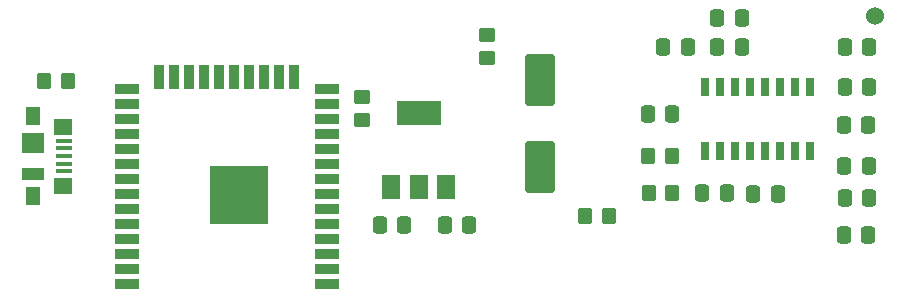
<source format=gtp>
%TF.GenerationSoftware,KiCad,Pcbnew,(6.0.7)*%
%TF.CreationDate,2022-11-29T16:33:33-07:00*%
%TF.ProjectId,attiny_rfid_light,61747469-6e79-45f7-9266-69645f6c6967,rev?*%
%TF.SameCoordinates,Original*%
%TF.FileFunction,Paste,Top*%
%TF.FilePolarity,Positive*%
%FSLAX46Y46*%
G04 Gerber Fmt 4.6, Leading zero omitted, Abs format (unit mm)*
G04 Created by KiCad (PCBNEW (6.0.7)) date 2022-11-29 16:33:33*
%MOMM*%
%LPD*%
G01*
G04 APERTURE LIST*
G04 Aperture macros list*
%AMRoundRect*
0 Rectangle with rounded corners*
0 $1 Rounding radius*
0 $2 $3 $4 $5 $6 $7 $8 $9 X,Y pos of 4 corners*
0 Add a 4 corners polygon primitive as box body*
4,1,4,$2,$3,$4,$5,$6,$7,$8,$9,$2,$3,0*
0 Add four circle primitives for the rounded corners*
1,1,$1+$1,$2,$3*
1,1,$1+$1,$4,$5*
1,1,$1+$1,$6,$7*
1,1,$1+$1,$8,$9*
0 Add four rect primitives between the rounded corners*
20,1,$1+$1,$2,$3,$4,$5,0*
20,1,$1+$1,$4,$5,$6,$7,0*
20,1,$1+$1,$6,$7,$8,$9,0*
20,1,$1+$1,$8,$9,$2,$3,0*%
G04 Aperture macros list end*
%ADD10RoundRect,0.250000X-0.350000X-0.450000X0.350000X-0.450000X0.350000X0.450000X-0.350000X0.450000X0*%
%ADD11R,1.380000X0.450000*%
%ADD12R,1.900000X1.800000*%
%ADD13R,1.300000X1.650000*%
%ADD14R,1.550000X1.425000*%
%ADD15R,1.900000X1.000000*%
%ADD16RoundRect,0.250000X0.337500X0.475000X-0.337500X0.475000X-0.337500X-0.475000X0.337500X-0.475000X0*%
%ADD17RoundRect,0.250000X-1.000000X1.950000X-1.000000X-1.950000X1.000000X-1.950000X1.000000X1.950000X0*%
%ADD18R,1.500000X2.000000*%
%ADD19R,3.800000X2.000000*%
%ADD20RoundRect,0.250000X-0.337500X-0.475000X0.337500X-0.475000X0.337500X0.475000X-0.337500X0.475000X0*%
%ADD21C,1.524000*%
%ADD22RoundRect,0.250000X0.450000X-0.350000X0.450000X0.350000X-0.450000X0.350000X-0.450000X-0.350000X0*%
%ADD23RoundRect,0.250000X0.350000X0.450000X-0.350000X0.450000X-0.350000X-0.450000X0.350000X-0.450000X0*%
%ADD24R,0.650000X1.550000*%
%ADD25R,2.000000X0.900000*%
%ADD26R,0.900000X2.000000*%
%ADD27R,5.000000X5.000000*%
%ADD28RoundRect,0.250000X-0.450000X0.350000X-0.450000X-0.350000X0.450000X-0.350000X0.450000X0.350000X0*%
G04 APERTURE END LIST*
D10*
X121535500Y-145350400D03*
X119535500Y-145350400D03*
D11*
X70040000Y-140940000D03*
X70040000Y-141590000D03*
X70040000Y-142240000D03*
X70040000Y-142890000D03*
X70040000Y-143540000D03*
D12*
X67380000Y-141090000D03*
D13*
X67380000Y-145615000D03*
X67380000Y-138865000D03*
D14*
X69955000Y-139752500D03*
D15*
X67380000Y-143790000D03*
D14*
X69955000Y-144727500D03*
D16*
X138129000Y-139624600D03*
X136054000Y-139624600D03*
D17*
X110328300Y-135777400D03*
X110328300Y-143177400D03*
D18*
X97747200Y-144868300D03*
X100047200Y-144868300D03*
D19*
X100047200Y-138568300D03*
D18*
X102347200Y-144868300D03*
D20*
X119429700Y-138664100D03*
X121504700Y-138664100D03*
X136122500Y-145825100D03*
X138197500Y-145825100D03*
D21*
X138663196Y-130386600D03*
D16*
X98813000Y-148029100D03*
X96738000Y-148029100D03*
D20*
X125313300Y-133036400D03*
X127388300Y-133036400D03*
X102251000Y-148058200D03*
X104326000Y-148058200D03*
X136098000Y-143068800D03*
X138173000Y-143068800D03*
D22*
X95230600Y-139200800D03*
X95230600Y-137200800D03*
D23*
X121498900Y-142213200D03*
X119498900Y-142213200D03*
D20*
X120760600Y-132991800D03*
X122835600Y-132991800D03*
D10*
X114138000Y-147272900D03*
X116138000Y-147272900D03*
D20*
X125316000Y-130527600D03*
X127391000Y-130527600D03*
X124042300Y-145377200D03*
X126117300Y-145377200D03*
X136117600Y-136378600D03*
X138192600Y-136378600D03*
D24*
X133183500Y-136397000D03*
X131913500Y-136397000D03*
X130643500Y-136397000D03*
X129373500Y-136397000D03*
X128103500Y-136397000D03*
X126833500Y-136397000D03*
X125563500Y-136397000D03*
X124293500Y-136397000D03*
X124293500Y-141847000D03*
X125563500Y-141847000D03*
X126833500Y-141847000D03*
X128103500Y-141847000D03*
X129373500Y-141847000D03*
X130643500Y-141847000D03*
X131913500Y-141847000D03*
X133183500Y-141847000D03*
D16*
X138117900Y-148899500D03*
X136042900Y-148899500D03*
D20*
X128397600Y-145413800D03*
X130472600Y-145413800D03*
D23*
X70362700Y-135902200D03*
X68362700Y-135902200D03*
D20*
X136122500Y-133036400D03*
X138197500Y-133036400D03*
D25*
X92320000Y-153035000D03*
X92320000Y-151765000D03*
X92320000Y-150495000D03*
X92320000Y-149225000D03*
X92320000Y-147955000D03*
X92320000Y-146685000D03*
X92320000Y-145415000D03*
X92320000Y-144145000D03*
X92320000Y-142875000D03*
X92320000Y-141605000D03*
X92320000Y-140335000D03*
X92320000Y-139065000D03*
X92320000Y-137795000D03*
X92320000Y-136525000D03*
D26*
X89535000Y-135525000D03*
X88265000Y-135525000D03*
X86995000Y-135525000D03*
X85725000Y-135525000D03*
X84455000Y-135525000D03*
X83185000Y-135525000D03*
X81915000Y-135525000D03*
X80645000Y-135525000D03*
X79375000Y-135525000D03*
X78105000Y-135525000D03*
D25*
X75320000Y-136525000D03*
X75320000Y-137795000D03*
X75320000Y-139065000D03*
X75320000Y-140335000D03*
X75320000Y-141605000D03*
X75320000Y-142875000D03*
X75320000Y-144145000D03*
X75320000Y-145415000D03*
X75320000Y-146685000D03*
X75320000Y-147955000D03*
X75320000Y-149225000D03*
X75320000Y-150495000D03*
X75320000Y-151765000D03*
X75320000Y-153035000D03*
D27*
X84820000Y-145535000D03*
D28*
X105878000Y-131972200D03*
X105878000Y-133972200D03*
M02*

</source>
